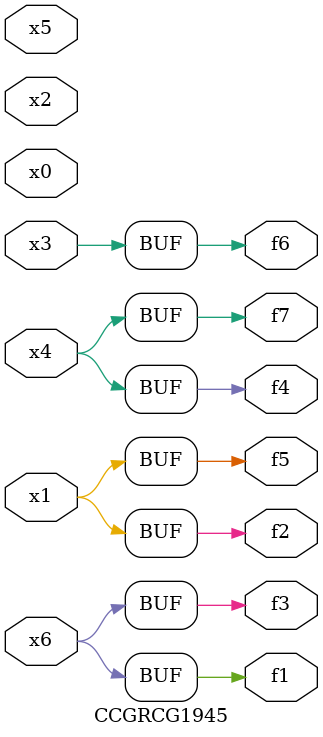
<source format=v>
module CCGRCG1945(
	input x0, x1, x2, x3, x4, x5, x6,
	output f1, f2, f3, f4, f5, f6, f7
);
	assign f1 = x6;
	assign f2 = x1;
	assign f3 = x6;
	assign f4 = x4;
	assign f5 = x1;
	assign f6 = x3;
	assign f7 = x4;
endmodule

</source>
